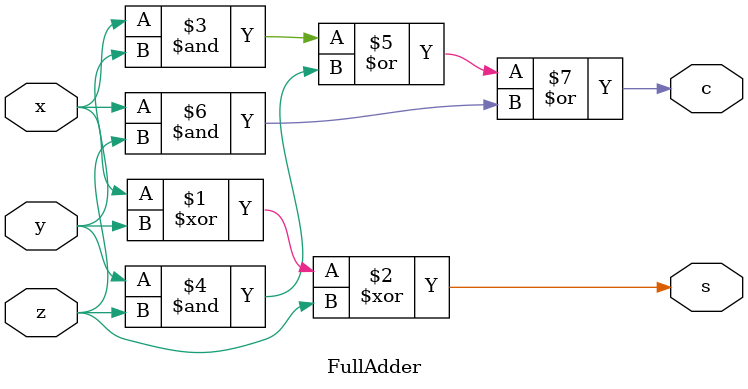
<source format=v>
module fourFA(a,b,s,c);
input [3:0]a;input [3:0]b;
output [3:0]s;
output c;

wire c1, c2, c3;

FullAdder fa1(a[0],b[0],1'b0,s[0],c1);
FullAdder fa2(a[1],b[1],c1,s[1],c2);
FullAdder fa3(a[2],b[2],c2,s[2],c3);
FullAdder fa4(a[3],b[3],c3,s[3],c);
endmodule

module FullAdder(x, y, z, s, c);
input x, y ,z;
output s, c;
assign s=x^y^z;
assign c=x&y|y&z|x&z;
endmodule
</source>
